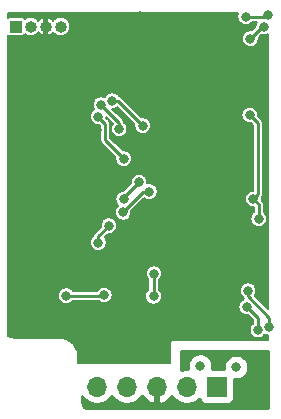
<source format=gbr>
%TF.GenerationSoftware,KiCad,Pcbnew,(5.1.6)-1*%
%TF.CreationDate,2021-06-11T10:25:49-05:00*%
%TF.ProjectId,Sapphire_AnalogMic,53617070-6869-4726-955f-416e616c6f67,rev?*%
%TF.SameCoordinates,Original*%
%TF.FileFunction,Copper,L2,Bot*%
%TF.FilePolarity,Positive*%
%FSLAX46Y46*%
G04 Gerber Fmt 4.6, Leading zero omitted, Abs format (unit mm)*
G04 Created by KiCad (PCBNEW (5.1.6)-1) date 2021-06-11 10:25:49*
%MOMM*%
%LPD*%
G01*
G04 APERTURE LIST*
%TA.AperFunction,ComponentPad*%
%ADD10O,1.000000X1.000000*%
%TD*%
%TA.AperFunction,ComponentPad*%
%ADD11R,1.000000X1.000000*%
%TD*%
%TA.AperFunction,ComponentPad*%
%ADD12O,1.700000X1.700000*%
%TD*%
%TA.AperFunction,ComponentPad*%
%ADD13R,1.700000X1.700000*%
%TD*%
%TA.AperFunction,ViaPad*%
%ADD14C,0.800000*%
%TD*%
%TA.AperFunction,Conductor*%
%ADD15C,0.250000*%
%TD*%
%TA.AperFunction,Conductor*%
%ADD16C,0.254000*%
%TD*%
%TA.AperFunction,Conductor*%
%ADD17C,0.203200*%
%TD*%
G04 APERTURE END LIST*
D10*
%TO.P,J102,4*%
%TO.N,/MIC_OUT*%
X114427000Y-101600000D03*
%TO.P,J102,3*%
%TO.N,GNDA*%
X113157000Y-101600000D03*
%TO.P,J102,2*%
%TO.N,Net-(J102-Pad2)*%
X111887000Y-101600000D03*
D11*
%TO.P,J102,1*%
%TO.N,+3V0*%
X110617000Y-101600000D03*
%TD*%
D12*
%TO.P,J101,5*%
%TO.N,/I2C_SDA*%
X117475000Y-132080000D03*
%TO.P,J101,4*%
%TO.N,/I2C_SCL*%
X120015000Y-132080000D03*
%TO.P,J101,3*%
%TO.N,/PGND*%
X122555000Y-132080000D03*
%TO.P,J101,2*%
%TO.N,/FILTER_CLOCK*%
X125095000Y-132080000D03*
D13*
%TO.P,J101,1*%
%TO.N,/P3V3*%
X127635000Y-132080000D03*
%TD*%
D14*
%TO.N,GNDA*%
X126238000Y-127762000D03*
X127508000Y-107950000D03*
X121158000Y-100711000D03*
X116586000Y-104521000D03*
X113353809Y-112268000D03*
X127693840Y-115120840D03*
X125349000Y-112518350D03*
X126619000Y-123317000D03*
X126619000Y-124841000D03*
X123352128Y-126239116D03*
X121183049Y-124333000D03*
X121156554Y-117729000D03*
X114395159Y-125305738D03*
X130175000Y-113411000D03*
X130175000Y-115062000D03*
X125984000Y-108331000D03*
X125730000Y-104892319D03*
X117474996Y-110363000D03*
X120713974Y-111673682D03*
X116586000Y-112013998D03*
X116205000Y-107569000D03*
X118618000Y-123190000D03*
X117221000Y-121666000D03*
X111379000Y-126746000D03*
X116459000Y-101727000D03*
X126238000Y-130302000D03*
X129286000Y-130429000D03*
X126492000Y-121285000D03*
X121285000Y-102362000D03*
X121031000Y-105537000D03*
X125984000Y-118491000D03*
X129623950Y-103128674D03*
X114390010Y-118745000D03*
X110871000Y-107950000D03*
X111252000Y-103632000D03*
X112903000Y-102997000D03*
%TO.N,+3.3VADC*%
X121060557Y-114762152D03*
X119748256Y-116208425D03*
%TO.N,+1V5*%
X121919996Y-115570000D03*
X122329949Y-122516223D03*
X122284905Y-124445433D03*
X119706566Y-117339040D03*
X121355022Y-109983945D03*
X118774671Y-107878151D03*
%TO.N,/FILTER_CLOCK*%
X130739918Y-116205000D03*
X131189969Y-117891367D03*
X130429000Y-109093000D03*
%TO.N,+3V0*%
X114892715Y-124394867D03*
X118110000Y-124333000D03*
%TO.N,/I2C_SDA*%
X132089990Y-127059156D03*
X130289948Y-123974607D03*
X131946418Y-100584000D03*
X130100256Y-100770045D03*
%TO.N,/I2C_SCL*%
X131121474Y-127308144D03*
X130164306Y-125347625D03*
X131605758Y-101648786D03*
X130493560Y-102634910D03*
%TO.N,/FILTER_IN*%
X118508106Y-118469475D03*
X117602000Y-119888000D03*
%TO.N,/FILTER_OUT*%
X119761000Y-112776000D03*
X117602000Y-109220000D03*
%TO.N,/MIC_OUT*%
X119375024Y-110277900D03*
X117834705Y-108219420D03*
%TD*%
D15*
%TO.N,+3.3VADC*%
X119748256Y-116074453D02*
X119748256Y-116208425D01*
X121060557Y-114762152D02*
X119748256Y-116074453D01*
%TO.N,+1V5*%
X122284905Y-122561267D02*
X122329949Y-122516223D01*
X122284905Y-124445433D02*
X122284905Y-122561267D01*
X119706566Y-117275434D02*
X119706566Y-117339040D01*
X121919996Y-115570000D02*
X121412000Y-115570000D01*
X121412000Y-115570000D02*
X119706566Y-117275434D01*
X119249228Y-107878151D02*
X118774671Y-107878151D01*
X121355022Y-109983945D02*
X119249228Y-107878151D01*
%TO.N,/FILTER_CLOCK*%
X131189969Y-117891367D02*
X131189969Y-116655051D01*
X131189969Y-116655051D02*
X130739918Y-116205000D01*
X131139917Y-109803917D02*
X130429000Y-109093000D01*
X130739918Y-116205000D02*
X131139917Y-115805001D01*
X131139917Y-115805001D02*
X131139917Y-109803917D01*
%TO.N,+3V0*%
X114892715Y-124394867D02*
X118048133Y-124394867D01*
X118048133Y-124394867D02*
X118110000Y-124333000D01*
%TO.N,/I2C_SDA*%
X130289948Y-124447948D02*
X130289948Y-123974607D01*
X132089990Y-127059156D02*
X132089990Y-126247990D01*
X132089990Y-126247990D02*
X130289948Y-124447948D01*
X130100256Y-100770045D02*
X131760373Y-100770045D01*
X131760373Y-100770045D02*
X131946418Y-100584000D01*
%TO.N,/I2C_SCL*%
X131121474Y-127308144D02*
X131121474Y-126304793D01*
X131121474Y-126304793D02*
X130164306Y-125347625D01*
X131479684Y-101648786D02*
X131605758Y-101648786D01*
X130493560Y-102634910D02*
X131479684Y-101648786D01*
%TO.N,/FILTER_IN*%
X117602000Y-119375581D02*
X117602000Y-119888000D01*
X118508106Y-118469475D02*
X117602000Y-119375581D01*
%TO.N,/FILTER_OUT*%
X118200002Y-109818002D02*
X117602000Y-109220000D01*
X119761000Y-112776000D02*
X118200002Y-111215002D01*
X118200002Y-111215002D02*
X118200002Y-109818002D01*
%TO.N,/MIC_OUT*%
X119375024Y-109759739D02*
X117834705Y-108219420D01*
X119375024Y-110277900D02*
X119375024Y-109759739D01*
%TD*%
D16*
%TO.N,/PGND*%
G36*
X131953000Y-133858000D02*
G01*
X116508986Y-133858000D01*
X116504183Y-133855446D01*
X116412405Y-133780594D01*
X116336909Y-133689335D01*
X116280581Y-133585160D01*
X116245560Y-133472024D01*
X116230000Y-133323979D01*
X116230000Y-132889655D01*
X116321525Y-133026632D01*
X116528368Y-133233475D01*
X116771589Y-133395990D01*
X117041842Y-133507932D01*
X117328740Y-133565000D01*
X117621260Y-133565000D01*
X117908158Y-133507932D01*
X118178411Y-133395990D01*
X118421632Y-133233475D01*
X118628475Y-133026632D01*
X118745000Y-132852240D01*
X118861525Y-133026632D01*
X119068368Y-133233475D01*
X119311589Y-133395990D01*
X119581842Y-133507932D01*
X119868740Y-133565000D01*
X120161260Y-133565000D01*
X120448158Y-133507932D01*
X120718411Y-133395990D01*
X120961632Y-133233475D01*
X121168475Y-133026632D01*
X121290195Y-132844466D01*
X121359822Y-132961355D01*
X121554731Y-133177588D01*
X121788080Y-133351641D01*
X122050901Y-133476825D01*
X122198110Y-133521476D01*
X122428000Y-133400155D01*
X122428000Y-132207000D01*
X122408000Y-132207000D01*
X122408000Y-131953000D01*
X122428000Y-131953000D01*
X122428000Y-131933000D01*
X122682000Y-131933000D01*
X122682000Y-131953000D01*
X122702000Y-131953000D01*
X122702000Y-132207000D01*
X122682000Y-132207000D01*
X122682000Y-133400155D01*
X122911890Y-133521476D01*
X123059099Y-133476825D01*
X123321920Y-133351641D01*
X123555269Y-133177588D01*
X123750178Y-132961355D01*
X123819805Y-132844466D01*
X123941525Y-133026632D01*
X124148368Y-133233475D01*
X124391589Y-133395990D01*
X124661842Y-133507932D01*
X124948740Y-133565000D01*
X125241260Y-133565000D01*
X125528158Y-133507932D01*
X125798411Y-133395990D01*
X126041632Y-133233475D01*
X126173487Y-133101620D01*
X126195498Y-133174180D01*
X126254463Y-133284494D01*
X126333815Y-133381185D01*
X126430506Y-133460537D01*
X126540820Y-133519502D01*
X126660518Y-133555812D01*
X126785000Y-133568072D01*
X128485000Y-133568072D01*
X128609482Y-133555812D01*
X128729180Y-133519502D01*
X128839494Y-133460537D01*
X128936185Y-133381185D01*
X129015537Y-133284494D01*
X129074502Y-133174180D01*
X129110812Y-133054482D01*
X129123072Y-132930000D01*
X129123072Y-131451869D01*
X129184061Y-131464000D01*
X129387939Y-131464000D01*
X129587898Y-131424226D01*
X129776256Y-131346205D01*
X129945774Y-131232937D01*
X130089937Y-131088774D01*
X130203205Y-130919256D01*
X130281226Y-130730898D01*
X130321000Y-130530939D01*
X130321000Y-130327061D01*
X130281226Y-130127102D01*
X130203205Y-129938744D01*
X130089937Y-129769226D01*
X129945774Y-129625063D01*
X129776256Y-129511795D01*
X129587898Y-129433774D01*
X129387939Y-129394000D01*
X129184061Y-129394000D01*
X128984102Y-129433774D01*
X128795744Y-129511795D01*
X128626226Y-129625063D01*
X128482063Y-129769226D01*
X128368795Y-129938744D01*
X128290774Y-130127102D01*
X128251000Y-130327061D01*
X128251000Y-130530939D01*
X128263131Y-130591928D01*
X127235607Y-130591928D01*
X127273000Y-130403939D01*
X127273000Y-130200061D01*
X127233226Y-130000102D01*
X127155205Y-129811744D01*
X127041937Y-129642226D01*
X126897774Y-129498063D01*
X126728256Y-129384795D01*
X126539898Y-129306774D01*
X126339939Y-129267000D01*
X126136061Y-129267000D01*
X125936102Y-129306774D01*
X125747744Y-129384795D01*
X125578226Y-129498063D01*
X125434063Y-129642226D01*
X125320795Y-129811744D01*
X125242774Y-130000102D01*
X125203000Y-130200061D01*
X125203000Y-130403939D01*
X125241004Y-130595000D01*
X124948740Y-130595000D01*
X124661842Y-130652068D01*
X124587000Y-130683068D01*
X124587000Y-129032000D01*
X131953000Y-129032000D01*
X131953000Y-133858000D01*
G37*
X131953000Y-133858000D02*
X116508986Y-133858000D01*
X116504183Y-133855446D01*
X116412405Y-133780594D01*
X116336909Y-133689335D01*
X116280581Y-133585160D01*
X116245560Y-133472024D01*
X116230000Y-133323979D01*
X116230000Y-132889655D01*
X116321525Y-133026632D01*
X116528368Y-133233475D01*
X116771589Y-133395990D01*
X117041842Y-133507932D01*
X117328740Y-133565000D01*
X117621260Y-133565000D01*
X117908158Y-133507932D01*
X118178411Y-133395990D01*
X118421632Y-133233475D01*
X118628475Y-133026632D01*
X118745000Y-132852240D01*
X118861525Y-133026632D01*
X119068368Y-133233475D01*
X119311589Y-133395990D01*
X119581842Y-133507932D01*
X119868740Y-133565000D01*
X120161260Y-133565000D01*
X120448158Y-133507932D01*
X120718411Y-133395990D01*
X120961632Y-133233475D01*
X121168475Y-133026632D01*
X121290195Y-132844466D01*
X121359822Y-132961355D01*
X121554731Y-133177588D01*
X121788080Y-133351641D01*
X122050901Y-133476825D01*
X122198110Y-133521476D01*
X122428000Y-133400155D01*
X122428000Y-132207000D01*
X122408000Y-132207000D01*
X122408000Y-131953000D01*
X122428000Y-131953000D01*
X122428000Y-131933000D01*
X122682000Y-131933000D01*
X122682000Y-131953000D01*
X122702000Y-131953000D01*
X122702000Y-132207000D01*
X122682000Y-132207000D01*
X122682000Y-133400155D01*
X122911890Y-133521476D01*
X123059099Y-133476825D01*
X123321920Y-133351641D01*
X123555269Y-133177588D01*
X123750178Y-132961355D01*
X123819805Y-132844466D01*
X123941525Y-133026632D01*
X124148368Y-133233475D01*
X124391589Y-133395990D01*
X124661842Y-133507932D01*
X124948740Y-133565000D01*
X125241260Y-133565000D01*
X125528158Y-133507932D01*
X125798411Y-133395990D01*
X126041632Y-133233475D01*
X126173487Y-133101620D01*
X126195498Y-133174180D01*
X126254463Y-133284494D01*
X126333815Y-133381185D01*
X126430506Y-133460537D01*
X126540820Y-133519502D01*
X126660518Y-133555812D01*
X126785000Y-133568072D01*
X128485000Y-133568072D01*
X128609482Y-133555812D01*
X128729180Y-133519502D01*
X128839494Y-133460537D01*
X128936185Y-133381185D01*
X129015537Y-133284494D01*
X129074502Y-133174180D01*
X129110812Y-133054482D01*
X129123072Y-132930000D01*
X129123072Y-131451869D01*
X129184061Y-131464000D01*
X129387939Y-131464000D01*
X129587898Y-131424226D01*
X129776256Y-131346205D01*
X129945774Y-131232937D01*
X130089937Y-131088774D01*
X130203205Y-130919256D01*
X130281226Y-130730898D01*
X130321000Y-130530939D01*
X130321000Y-130327061D01*
X130281226Y-130127102D01*
X130203205Y-129938744D01*
X130089937Y-129769226D01*
X129945774Y-129625063D01*
X129776256Y-129511795D01*
X129587898Y-129433774D01*
X129387939Y-129394000D01*
X129184061Y-129394000D01*
X128984102Y-129433774D01*
X128795744Y-129511795D01*
X128626226Y-129625063D01*
X128482063Y-129769226D01*
X128368795Y-129938744D01*
X128290774Y-130127102D01*
X128251000Y-130327061D01*
X128251000Y-130530939D01*
X128263131Y-130591928D01*
X127235607Y-130591928D01*
X127273000Y-130403939D01*
X127273000Y-130200061D01*
X127233226Y-130000102D01*
X127155205Y-129811744D01*
X127041937Y-129642226D01*
X126897774Y-129498063D01*
X126728256Y-129384795D01*
X126539898Y-129306774D01*
X126339939Y-129267000D01*
X126136061Y-129267000D01*
X125936102Y-129306774D01*
X125747744Y-129384795D01*
X125578226Y-129498063D01*
X125434063Y-129642226D01*
X125320795Y-129811744D01*
X125242774Y-130000102D01*
X125203000Y-130200061D01*
X125203000Y-130403939D01*
X125241004Y-130595000D01*
X124948740Y-130595000D01*
X124661842Y-130652068D01*
X124587000Y-130683068D01*
X124587000Y-129032000D01*
X131953000Y-129032000D01*
X131953000Y-133858000D01*
D17*
%TO.N,GNDA*%
G36*
X129475671Y-100436197D02*
G01*
X129422541Y-100564462D01*
X129395456Y-100700628D01*
X129395456Y-100839462D01*
X129422541Y-100975628D01*
X129475671Y-101103893D01*
X129552802Y-101219329D01*
X129650972Y-101317499D01*
X129766408Y-101394630D01*
X129894673Y-101447760D01*
X130030839Y-101474845D01*
X130169673Y-101474845D01*
X130305839Y-101447760D01*
X130434104Y-101394630D01*
X130549540Y-101317499D01*
X130647710Y-101219329D01*
X130660729Y-101199845D01*
X131058075Y-101199845D01*
X130981173Y-101314938D01*
X130928043Y-101443203D01*
X130900958Y-101579369D01*
X130900958Y-101619683D01*
X130585960Y-101934682D01*
X130562977Y-101930110D01*
X130424143Y-101930110D01*
X130287977Y-101957195D01*
X130159712Y-102010325D01*
X130044276Y-102087456D01*
X129946106Y-102185626D01*
X129868975Y-102301062D01*
X129815845Y-102429327D01*
X129788760Y-102565493D01*
X129788760Y-102704327D01*
X129815845Y-102840493D01*
X129868975Y-102968758D01*
X129946106Y-103084194D01*
X130044276Y-103182364D01*
X130159712Y-103259495D01*
X130287977Y-103312625D01*
X130424143Y-103339710D01*
X130562977Y-103339710D01*
X130699143Y-103312625D01*
X130827408Y-103259495D01*
X130942844Y-103182364D01*
X131041014Y-103084194D01*
X131118145Y-102968758D01*
X131171275Y-102840493D01*
X131198360Y-102704327D01*
X131198360Y-102565493D01*
X131193788Y-102542510D01*
X131408201Y-102328097D01*
X131536341Y-102353586D01*
X131675175Y-102353586D01*
X131811341Y-102326501D01*
X131939606Y-102273371D01*
X131978400Y-102247450D01*
X131978400Y-125528571D01*
X130851949Y-124402120D01*
X130914533Y-124308455D01*
X130967663Y-124180190D01*
X130994748Y-124044024D01*
X130994748Y-123905190D01*
X130967663Y-123769024D01*
X130914533Y-123640759D01*
X130837402Y-123525323D01*
X130739232Y-123427153D01*
X130623796Y-123350022D01*
X130495531Y-123296892D01*
X130359365Y-123269807D01*
X130220531Y-123269807D01*
X130084365Y-123296892D01*
X129956100Y-123350022D01*
X129840664Y-123427153D01*
X129742494Y-123525323D01*
X129665363Y-123640759D01*
X129612233Y-123769024D01*
X129585148Y-123905190D01*
X129585148Y-124044024D01*
X129612233Y-124180190D01*
X129665363Y-124308455D01*
X129742494Y-124423891D01*
X129840664Y-124522061D01*
X129869043Y-124541023D01*
X129878725Y-124572939D01*
X129890944Y-124613220D01*
X129928039Y-124682620D01*
X129830458Y-124723040D01*
X129715022Y-124800171D01*
X129616852Y-124898341D01*
X129539721Y-125013777D01*
X129486591Y-125142042D01*
X129459506Y-125278208D01*
X129459506Y-125417042D01*
X129486591Y-125553208D01*
X129539721Y-125681473D01*
X129616852Y-125796909D01*
X129715022Y-125895079D01*
X129830458Y-125972210D01*
X129958723Y-126025340D01*
X130094889Y-126052425D01*
X130233723Y-126052425D01*
X130256706Y-126047853D01*
X130691675Y-126482823D01*
X130691675Y-126747671D01*
X130672190Y-126760690D01*
X130574020Y-126858860D01*
X130496889Y-126974296D01*
X130443759Y-127102561D01*
X130416674Y-127238727D01*
X130416674Y-127377561D01*
X130443759Y-127513727D01*
X130496889Y-127641992D01*
X130574020Y-127757428D01*
X130672190Y-127855598D01*
X130787626Y-127932729D01*
X130915891Y-127985859D01*
X131052057Y-128012944D01*
X131190891Y-128012944D01*
X131327057Y-127985859D01*
X131455322Y-127932729D01*
X131570758Y-127855598D01*
X131668928Y-127757428D01*
X131729886Y-127666197D01*
X131756142Y-127683741D01*
X131884407Y-127736871D01*
X131978400Y-127755567D01*
X131978400Y-128168400D01*
X123825000Y-128168400D01*
X123805179Y-128170352D01*
X123786119Y-128176134D01*
X123768554Y-128185523D01*
X123753158Y-128198158D01*
X123740523Y-128213554D01*
X123731134Y-128231119D01*
X123725352Y-128250179D01*
X123723400Y-128270000D01*
X123723400Y-130073400D01*
X115899800Y-130073400D01*
X115899800Y-129523807D01*
X115898357Y-129509154D01*
X115898412Y-129501245D01*
X115897962Y-129496661D01*
X115872054Y-129250158D01*
X115866048Y-129220898D01*
X115860443Y-129191514D01*
X115859112Y-129187106D01*
X115785817Y-128950330D01*
X115774231Y-128922769D01*
X115763036Y-128895060D01*
X115760874Y-128890994D01*
X115642986Y-128672965D01*
X115626260Y-128648167D01*
X115609903Y-128623171D01*
X115606993Y-128619602D01*
X115449000Y-128428622D01*
X115427777Y-128407547D01*
X115406876Y-128386203D01*
X115403328Y-128383268D01*
X115211250Y-128226613D01*
X115186334Y-128210059D01*
X115161689Y-128193184D01*
X115157638Y-128190993D01*
X114938790Y-128074631D01*
X114911195Y-128063257D01*
X114883682Y-128051465D01*
X114879283Y-128050103D01*
X114642001Y-127978463D01*
X114612672Y-127972656D01*
X114583441Y-127966442D01*
X114578863Y-127965961D01*
X114578861Y-127965961D01*
X114332183Y-127941774D01*
X114332173Y-127941774D01*
X114316193Y-127940200D01*
X110506130Y-127940200D01*
X110307690Y-127920743D01*
X110132322Y-127867796D01*
X109970578Y-127781796D01*
X109956600Y-127770396D01*
X109956600Y-124325450D01*
X114187915Y-124325450D01*
X114187915Y-124464284D01*
X114215000Y-124600450D01*
X114268130Y-124728715D01*
X114345261Y-124844151D01*
X114443431Y-124942321D01*
X114558867Y-125019452D01*
X114687132Y-125072582D01*
X114823298Y-125099667D01*
X114962132Y-125099667D01*
X115098298Y-125072582D01*
X115226563Y-125019452D01*
X115341999Y-124942321D01*
X115440169Y-124844151D01*
X115453188Y-124824667D01*
X117604929Y-124824667D01*
X117660716Y-124880454D01*
X117776152Y-124957585D01*
X117904417Y-125010715D01*
X118040583Y-125037800D01*
X118179417Y-125037800D01*
X118315583Y-125010715D01*
X118443848Y-124957585D01*
X118559284Y-124880454D01*
X118657454Y-124782284D01*
X118734585Y-124666848D01*
X118787715Y-124538583D01*
X118814800Y-124402417D01*
X118814800Y-124376016D01*
X121580105Y-124376016D01*
X121580105Y-124514850D01*
X121607190Y-124651016D01*
X121660320Y-124779281D01*
X121737451Y-124894717D01*
X121835621Y-124992887D01*
X121951057Y-125070018D01*
X122079322Y-125123148D01*
X122215488Y-125150233D01*
X122354322Y-125150233D01*
X122490488Y-125123148D01*
X122618753Y-125070018D01*
X122734189Y-124992887D01*
X122832359Y-124894717D01*
X122909490Y-124779281D01*
X122962620Y-124651016D01*
X122989705Y-124514850D01*
X122989705Y-124376016D01*
X122962620Y-124239850D01*
X122909490Y-124111585D01*
X122832359Y-123996149D01*
X122734189Y-123897979D01*
X122714705Y-123884960D01*
X122714705Y-123106793D01*
X122779233Y-123063677D01*
X122877403Y-122965507D01*
X122954534Y-122850071D01*
X123007664Y-122721806D01*
X123034749Y-122585640D01*
X123034749Y-122446806D01*
X123007664Y-122310640D01*
X122954534Y-122182375D01*
X122877403Y-122066939D01*
X122779233Y-121968769D01*
X122663797Y-121891638D01*
X122535532Y-121838508D01*
X122399366Y-121811423D01*
X122260532Y-121811423D01*
X122124366Y-121838508D01*
X121996101Y-121891638D01*
X121880665Y-121968769D01*
X121782495Y-122066939D01*
X121705364Y-122182375D01*
X121652234Y-122310640D01*
X121625149Y-122446806D01*
X121625149Y-122585640D01*
X121652234Y-122721806D01*
X121705364Y-122850071D01*
X121782495Y-122965507D01*
X121855106Y-123038118D01*
X121855105Y-123884960D01*
X121835621Y-123897979D01*
X121737451Y-123996149D01*
X121660320Y-124111585D01*
X121607190Y-124239850D01*
X121580105Y-124376016D01*
X118814800Y-124376016D01*
X118814800Y-124263583D01*
X118787715Y-124127417D01*
X118734585Y-123999152D01*
X118657454Y-123883716D01*
X118559284Y-123785546D01*
X118443848Y-123708415D01*
X118315583Y-123655285D01*
X118179417Y-123628200D01*
X118040583Y-123628200D01*
X117904417Y-123655285D01*
X117776152Y-123708415D01*
X117660716Y-123785546D01*
X117562546Y-123883716D01*
X117508190Y-123965067D01*
X115453188Y-123965067D01*
X115440169Y-123945583D01*
X115341999Y-123847413D01*
X115226563Y-123770282D01*
X115098298Y-123717152D01*
X114962132Y-123690067D01*
X114823298Y-123690067D01*
X114687132Y-123717152D01*
X114558867Y-123770282D01*
X114443431Y-123847413D01*
X114345261Y-123945583D01*
X114268130Y-124061019D01*
X114215000Y-124189284D01*
X114187915Y-124325450D01*
X109956600Y-124325450D01*
X109956600Y-119818583D01*
X116897200Y-119818583D01*
X116897200Y-119957417D01*
X116924285Y-120093583D01*
X116977415Y-120221848D01*
X117054546Y-120337284D01*
X117152716Y-120435454D01*
X117268152Y-120512585D01*
X117396417Y-120565715D01*
X117532583Y-120592800D01*
X117671417Y-120592800D01*
X117807583Y-120565715D01*
X117935848Y-120512585D01*
X118051284Y-120435454D01*
X118149454Y-120337284D01*
X118226585Y-120221848D01*
X118279715Y-120093583D01*
X118306800Y-119957417D01*
X118306800Y-119818583D01*
X118279715Y-119682417D01*
X118226585Y-119554152D01*
X118149454Y-119438716D01*
X118148074Y-119437336D01*
X118415706Y-119169703D01*
X118438689Y-119174275D01*
X118577523Y-119174275D01*
X118713689Y-119147190D01*
X118841954Y-119094060D01*
X118957390Y-119016929D01*
X119055560Y-118918759D01*
X119132691Y-118803323D01*
X119185821Y-118675058D01*
X119212906Y-118538892D01*
X119212906Y-118400058D01*
X119185821Y-118263892D01*
X119132691Y-118135627D01*
X119055560Y-118020191D01*
X118957390Y-117922021D01*
X118841954Y-117844890D01*
X118713689Y-117791760D01*
X118577523Y-117764675D01*
X118438689Y-117764675D01*
X118302523Y-117791760D01*
X118174258Y-117844890D01*
X118058822Y-117922021D01*
X117960652Y-118020191D01*
X117883521Y-118135627D01*
X117830391Y-118263892D01*
X117803306Y-118400058D01*
X117803306Y-118538892D01*
X117807878Y-118561875D01*
X117313020Y-119056733D01*
X117296615Y-119070196D01*
X117259435Y-119115501D01*
X117242906Y-119135642D01*
X117217486Y-119183200D01*
X117202996Y-119210309D01*
X117178419Y-119291327D01*
X117175041Y-119325629D01*
X117152716Y-119340546D01*
X117054546Y-119438716D01*
X116977415Y-119554152D01*
X116924285Y-119682417D01*
X116897200Y-119818583D01*
X109956600Y-119818583D01*
X109956600Y-117269623D01*
X119001766Y-117269623D01*
X119001766Y-117408457D01*
X119028851Y-117544623D01*
X119081981Y-117672888D01*
X119159112Y-117788324D01*
X119257282Y-117886494D01*
X119372718Y-117963625D01*
X119500983Y-118016755D01*
X119637149Y-118043840D01*
X119775983Y-118043840D01*
X119912149Y-118016755D01*
X120040414Y-117963625D01*
X120155850Y-117886494D01*
X120254020Y-117788324D01*
X120331151Y-117672888D01*
X120384281Y-117544623D01*
X120411366Y-117408457D01*
X120411366Y-117269623D01*
X120396242Y-117193587D01*
X121471709Y-116118120D01*
X121586148Y-116194585D01*
X121714413Y-116247715D01*
X121850579Y-116274800D01*
X121989413Y-116274800D01*
X122125579Y-116247715D01*
X122253844Y-116194585D01*
X122369280Y-116117454D01*
X122467450Y-116019284D01*
X122544581Y-115903848D01*
X122597711Y-115775583D01*
X122624796Y-115639417D01*
X122624796Y-115500583D01*
X122597711Y-115364417D01*
X122544581Y-115236152D01*
X122467450Y-115120716D01*
X122369280Y-115022546D01*
X122253844Y-114945415D01*
X122125579Y-114892285D01*
X121989413Y-114865200D01*
X121850579Y-114865200D01*
X121754881Y-114884235D01*
X121765357Y-114831569D01*
X121765357Y-114692735D01*
X121738272Y-114556569D01*
X121685142Y-114428304D01*
X121608011Y-114312868D01*
X121509841Y-114214698D01*
X121394405Y-114137567D01*
X121266140Y-114084437D01*
X121129974Y-114057352D01*
X120991140Y-114057352D01*
X120854974Y-114084437D01*
X120726709Y-114137567D01*
X120611273Y-114214698D01*
X120513103Y-114312868D01*
X120435972Y-114428304D01*
X120382842Y-114556569D01*
X120355757Y-114692735D01*
X120355757Y-114831569D01*
X120360329Y-114854552D01*
X119711256Y-115503625D01*
X119678839Y-115503625D01*
X119542673Y-115530710D01*
X119414408Y-115583840D01*
X119298972Y-115660971D01*
X119200802Y-115759141D01*
X119123671Y-115874577D01*
X119070541Y-116002842D01*
X119043456Y-116139008D01*
X119043456Y-116277842D01*
X119070541Y-116414008D01*
X119123671Y-116542273D01*
X119200802Y-116657709D01*
X119298972Y-116755879D01*
X119304847Y-116759804D01*
X119257282Y-116791586D01*
X119159112Y-116889756D01*
X119081981Y-117005192D01*
X119028851Y-117133457D01*
X119001766Y-117269623D01*
X109956600Y-117269623D01*
X109956600Y-109150583D01*
X116897200Y-109150583D01*
X116897200Y-109289417D01*
X116924285Y-109425583D01*
X116977415Y-109553848D01*
X117054546Y-109669284D01*
X117152716Y-109767454D01*
X117268152Y-109844585D01*
X117396417Y-109897715D01*
X117532583Y-109924800D01*
X117671417Y-109924800D01*
X117694400Y-109920228D01*
X117770203Y-109996032D01*
X117770202Y-111193895D01*
X117768123Y-111215002D01*
X117770202Y-111236109D01*
X117770202Y-111236110D01*
X117776421Y-111299256D01*
X117800998Y-111380274D01*
X117840908Y-111454941D01*
X117857437Y-111475082D01*
X117894617Y-111520387D01*
X117911022Y-111533850D01*
X119060772Y-112683600D01*
X119056200Y-112706583D01*
X119056200Y-112845417D01*
X119083285Y-112981583D01*
X119136415Y-113109848D01*
X119213546Y-113225284D01*
X119311716Y-113323454D01*
X119427152Y-113400585D01*
X119555417Y-113453715D01*
X119691583Y-113480800D01*
X119830417Y-113480800D01*
X119966583Y-113453715D01*
X120094848Y-113400585D01*
X120210284Y-113323454D01*
X120308454Y-113225284D01*
X120385585Y-113109848D01*
X120438715Y-112981583D01*
X120465800Y-112845417D01*
X120465800Y-112706583D01*
X120438715Y-112570417D01*
X120385585Y-112442152D01*
X120308454Y-112326716D01*
X120210284Y-112228546D01*
X120094848Y-112151415D01*
X119966583Y-112098285D01*
X119830417Y-112071200D01*
X119691583Y-112071200D01*
X119668600Y-112075772D01*
X118629802Y-111036974D01*
X118629802Y-109839109D01*
X118631881Y-109818002D01*
X118629802Y-109796893D01*
X118623583Y-109733747D01*
X118599006Y-109652729D01*
X118567864Y-109594466D01*
X118559096Y-109578062D01*
X118529734Y-109542284D01*
X118505387Y-109512617D01*
X118488988Y-109499159D01*
X118302228Y-109312400D01*
X118305153Y-109297697D01*
X118831821Y-109824365D01*
X118827570Y-109828616D01*
X118750439Y-109944052D01*
X118697309Y-110072317D01*
X118670224Y-110208483D01*
X118670224Y-110347317D01*
X118697309Y-110483483D01*
X118750439Y-110611748D01*
X118827570Y-110727184D01*
X118925740Y-110825354D01*
X119041176Y-110902485D01*
X119169441Y-110955615D01*
X119305607Y-110982700D01*
X119444441Y-110982700D01*
X119580607Y-110955615D01*
X119708872Y-110902485D01*
X119824308Y-110825354D01*
X119922478Y-110727184D01*
X119999609Y-110611748D01*
X120052739Y-110483483D01*
X120079824Y-110347317D01*
X120079824Y-110208483D01*
X120052739Y-110072317D01*
X119999609Y-109944052D01*
X119922478Y-109828616D01*
X119824308Y-109730446D01*
X119802589Y-109715934D01*
X119798605Y-109675484D01*
X119774028Y-109594466D01*
X119746136Y-109542284D01*
X119734118Y-109519799D01*
X119710240Y-109490704D01*
X119680409Y-109454354D01*
X119664010Y-109440896D01*
X118806064Y-108582951D01*
X118844088Y-108582951D01*
X118980254Y-108555866D01*
X119108519Y-108502736D01*
X119202913Y-108439664D01*
X120654794Y-109891545D01*
X120650222Y-109914528D01*
X120650222Y-110053362D01*
X120677307Y-110189528D01*
X120730437Y-110317793D01*
X120807568Y-110433229D01*
X120905738Y-110531399D01*
X121021174Y-110608530D01*
X121149439Y-110661660D01*
X121285605Y-110688745D01*
X121424439Y-110688745D01*
X121560605Y-110661660D01*
X121688870Y-110608530D01*
X121804306Y-110531399D01*
X121902476Y-110433229D01*
X121979607Y-110317793D01*
X122032737Y-110189528D01*
X122059822Y-110053362D01*
X122059822Y-109914528D01*
X122032737Y-109778362D01*
X121979607Y-109650097D01*
X121902476Y-109534661D01*
X121804306Y-109436491D01*
X121688870Y-109359360D01*
X121560605Y-109306230D01*
X121424439Y-109279145D01*
X121285605Y-109279145D01*
X121262622Y-109283717D01*
X121002488Y-109023583D01*
X129724200Y-109023583D01*
X129724200Y-109162417D01*
X129751285Y-109298583D01*
X129804415Y-109426848D01*
X129881546Y-109542284D01*
X129979716Y-109640454D01*
X130095152Y-109717585D01*
X130223417Y-109770715D01*
X130359583Y-109797800D01*
X130498417Y-109797800D01*
X130521400Y-109793228D01*
X130710118Y-109981947D01*
X130710117Y-115500200D01*
X130670501Y-115500200D01*
X130534335Y-115527285D01*
X130406070Y-115580415D01*
X130290634Y-115657546D01*
X130192464Y-115755716D01*
X130115333Y-115871152D01*
X130062203Y-115999417D01*
X130035118Y-116135583D01*
X130035118Y-116274417D01*
X130062203Y-116410583D01*
X130115333Y-116538848D01*
X130192464Y-116654284D01*
X130290634Y-116752454D01*
X130406070Y-116829585D01*
X130534335Y-116882715D01*
X130670501Y-116909800D01*
X130760170Y-116909800D01*
X130760169Y-117330894D01*
X130740685Y-117343913D01*
X130642515Y-117442083D01*
X130565384Y-117557519D01*
X130512254Y-117685784D01*
X130485169Y-117821950D01*
X130485169Y-117960784D01*
X130512254Y-118096950D01*
X130565384Y-118225215D01*
X130642515Y-118340651D01*
X130740685Y-118438821D01*
X130856121Y-118515952D01*
X130984386Y-118569082D01*
X131120552Y-118596167D01*
X131259386Y-118596167D01*
X131395552Y-118569082D01*
X131523817Y-118515952D01*
X131639253Y-118438821D01*
X131737423Y-118340651D01*
X131814554Y-118225215D01*
X131867684Y-118096950D01*
X131894769Y-117960784D01*
X131894769Y-117821950D01*
X131867684Y-117685784D01*
X131814554Y-117557519D01*
X131737423Y-117442083D01*
X131639253Y-117343913D01*
X131619769Y-117330894D01*
X131619769Y-116676157D01*
X131621848Y-116655050D01*
X131619241Y-116628580D01*
X131613550Y-116570796D01*
X131588973Y-116489778D01*
X131558917Y-116433547D01*
X131549063Y-116415111D01*
X131515076Y-116373698D01*
X131495354Y-116349666D01*
X131478955Y-116336208D01*
X131440146Y-116297400D01*
X131444718Y-116274417D01*
X131444718Y-116135583D01*
X131440491Y-116114334D01*
X131445302Y-116110386D01*
X131475133Y-116074036D01*
X131499011Y-116044941D01*
X131538921Y-115970274D01*
X131551413Y-115929094D01*
X131563498Y-115889256D01*
X131569717Y-115826110D01*
X131569717Y-115826109D01*
X131571796Y-115805002D01*
X131569717Y-115783895D01*
X131569717Y-109825020D01*
X131571796Y-109803916D01*
X131569279Y-109778362D01*
X131563498Y-109719662D01*
X131538921Y-109638644D01*
X131499011Y-109563978D01*
X131499010Y-109563976D01*
X131470317Y-109529014D01*
X131445302Y-109498532D01*
X131428903Y-109485074D01*
X131129228Y-109185400D01*
X131133800Y-109162417D01*
X131133800Y-109023583D01*
X131106715Y-108887417D01*
X131053585Y-108759152D01*
X130976454Y-108643716D01*
X130878284Y-108545546D01*
X130762848Y-108468415D01*
X130634583Y-108415285D01*
X130498417Y-108388200D01*
X130359583Y-108388200D01*
X130223417Y-108415285D01*
X130095152Y-108468415D01*
X129979716Y-108545546D01*
X129881546Y-108643716D01*
X129804415Y-108759152D01*
X129751285Y-108887417D01*
X129724200Y-109023583D01*
X121002488Y-109023583D01*
X119568076Y-107589171D01*
X119554613Y-107572766D01*
X119489167Y-107519057D01*
X119414501Y-107479147D01*
X119340778Y-107456783D01*
X119322125Y-107428867D01*
X119223955Y-107330697D01*
X119108519Y-107253566D01*
X118980254Y-107200436D01*
X118844088Y-107173351D01*
X118705254Y-107173351D01*
X118569088Y-107200436D01*
X118440823Y-107253566D01*
X118325387Y-107330697D01*
X118227217Y-107428867D01*
X118150086Y-107544303D01*
X118134925Y-107580905D01*
X118040288Y-107541705D01*
X117904122Y-107514620D01*
X117765288Y-107514620D01*
X117629122Y-107541705D01*
X117500857Y-107594835D01*
X117385421Y-107671966D01*
X117287251Y-107770136D01*
X117210120Y-107885572D01*
X117156990Y-108013837D01*
X117129905Y-108150003D01*
X117129905Y-108288837D01*
X117156990Y-108425003D01*
X117210120Y-108553268D01*
X117247501Y-108609213D01*
X117152716Y-108672546D01*
X117054546Y-108770716D01*
X116977415Y-108886152D01*
X116924285Y-109014417D01*
X116897200Y-109150583D01*
X109956600Y-109150583D01*
X109956600Y-102359873D01*
X109999794Y-102382960D01*
X110057249Y-102400389D01*
X110117000Y-102406274D01*
X111117000Y-102406274D01*
X111176751Y-102400389D01*
X111234206Y-102382960D01*
X111287157Y-102354658D01*
X111333568Y-102316568D01*
X111371658Y-102270157D01*
X111390000Y-102235840D01*
X111505784Y-102313204D01*
X111652249Y-102373872D01*
X111807734Y-102404800D01*
X111966266Y-102404800D01*
X112121751Y-102373872D01*
X112268216Y-102313204D01*
X112400030Y-102225129D01*
X112512129Y-102113030D01*
X112525532Y-102092971D01*
X112562830Y-102142846D01*
X112680151Y-102248332D01*
X112815797Y-102328903D01*
X112882856Y-102356669D01*
X113004600Y-102312483D01*
X113004600Y-101752400D01*
X112984600Y-101752400D01*
X112984600Y-101447600D01*
X113004600Y-101447600D01*
X113004600Y-100887517D01*
X113309400Y-100887517D01*
X113309400Y-101447600D01*
X113329400Y-101447600D01*
X113329400Y-101752400D01*
X113309400Y-101752400D01*
X113309400Y-102312483D01*
X113431144Y-102356669D01*
X113498203Y-102328903D01*
X113633849Y-102248332D01*
X113751170Y-102142846D01*
X113788468Y-102092971D01*
X113801871Y-102113030D01*
X113913970Y-102225129D01*
X114045784Y-102313204D01*
X114192249Y-102373872D01*
X114347734Y-102404800D01*
X114506266Y-102404800D01*
X114661751Y-102373872D01*
X114808216Y-102313204D01*
X114940030Y-102225129D01*
X115052129Y-102113030D01*
X115140204Y-101981216D01*
X115200872Y-101834751D01*
X115231800Y-101679266D01*
X115231800Y-101520734D01*
X115200872Y-101365249D01*
X115140204Y-101218784D01*
X115052129Y-101086970D01*
X114940030Y-100974871D01*
X114808216Y-100886796D01*
X114661751Y-100826128D01*
X114506266Y-100795200D01*
X114347734Y-100795200D01*
X114192249Y-100826128D01*
X114045784Y-100886796D01*
X113913970Y-100974871D01*
X113801871Y-101086970D01*
X113788468Y-101107029D01*
X113751170Y-101057154D01*
X113633849Y-100951668D01*
X113498203Y-100871097D01*
X113431144Y-100843331D01*
X113309400Y-100887517D01*
X113004600Y-100887517D01*
X112882856Y-100843331D01*
X112815797Y-100871097D01*
X112680151Y-100951668D01*
X112562830Y-101057154D01*
X112525532Y-101107029D01*
X112512129Y-101086970D01*
X112400030Y-100974871D01*
X112268216Y-100886796D01*
X112121751Y-100826128D01*
X111966266Y-100795200D01*
X111807734Y-100795200D01*
X111652249Y-100826128D01*
X111505784Y-100886796D01*
X111390000Y-100964160D01*
X111371658Y-100929843D01*
X111333568Y-100883432D01*
X111287157Y-100845342D01*
X111234206Y-100817040D01*
X111176751Y-100799611D01*
X111117000Y-100793726D01*
X110117000Y-100793726D01*
X110057249Y-100799611D01*
X109999794Y-100817040D01*
X109956600Y-100840127D01*
X109956600Y-100431600D01*
X129478743Y-100431600D01*
X129475671Y-100436197D01*
G37*
X129475671Y-100436197D02*
X129422541Y-100564462D01*
X129395456Y-100700628D01*
X129395456Y-100839462D01*
X129422541Y-100975628D01*
X129475671Y-101103893D01*
X129552802Y-101219329D01*
X129650972Y-101317499D01*
X129766408Y-101394630D01*
X129894673Y-101447760D01*
X130030839Y-101474845D01*
X130169673Y-101474845D01*
X130305839Y-101447760D01*
X130434104Y-101394630D01*
X130549540Y-101317499D01*
X130647710Y-101219329D01*
X130660729Y-101199845D01*
X131058075Y-101199845D01*
X130981173Y-101314938D01*
X130928043Y-101443203D01*
X130900958Y-101579369D01*
X130900958Y-101619683D01*
X130585960Y-101934682D01*
X130562977Y-101930110D01*
X130424143Y-101930110D01*
X130287977Y-101957195D01*
X130159712Y-102010325D01*
X130044276Y-102087456D01*
X129946106Y-102185626D01*
X129868975Y-102301062D01*
X129815845Y-102429327D01*
X129788760Y-102565493D01*
X129788760Y-102704327D01*
X129815845Y-102840493D01*
X129868975Y-102968758D01*
X129946106Y-103084194D01*
X130044276Y-103182364D01*
X130159712Y-103259495D01*
X130287977Y-103312625D01*
X130424143Y-103339710D01*
X130562977Y-103339710D01*
X130699143Y-103312625D01*
X130827408Y-103259495D01*
X130942844Y-103182364D01*
X131041014Y-103084194D01*
X131118145Y-102968758D01*
X131171275Y-102840493D01*
X131198360Y-102704327D01*
X131198360Y-102565493D01*
X131193788Y-102542510D01*
X131408201Y-102328097D01*
X131536341Y-102353586D01*
X131675175Y-102353586D01*
X131811341Y-102326501D01*
X131939606Y-102273371D01*
X131978400Y-102247450D01*
X131978400Y-125528571D01*
X130851949Y-124402120D01*
X130914533Y-124308455D01*
X130967663Y-124180190D01*
X130994748Y-124044024D01*
X130994748Y-123905190D01*
X130967663Y-123769024D01*
X130914533Y-123640759D01*
X130837402Y-123525323D01*
X130739232Y-123427153D01*
X130623796Y-123350022D01*
X130495531Y-123296892D01*
X130359365Y-123269807D01*
X130220531Y-123269807D01*
X130084365Y-123296892D01*
X129956100Y-123350022D01*
X129840664Y-123427153D01*
X129742494Y-123525323D01*
X129665363Y-123640759D01*
X129612233Y-123769024D01*
X129585148Y-123905190D01*
X129585148Y-124044024D01*
X129612233Y-124180190D01*
X129665363Y-124308455D01*
X129742494Y-124423891D01*
X129840664Y-124522061D01*
X129869043Y-124541023D01*
X129878725Y-124572939D01*
X129890944Y-124613220D01*
X129928039Y-124682620D01*
X129830458Y-124723040D01*
X129715022Y-124800171D01*
X129616852Y-124898341D01*
X129539721Y-125013777D01*
X129486591Y-125142042D01*
X129459506Y-125278208D01*
X129459506Y-125417042D01*
X129486591Y-125553208D01*
X129539721Y-125681473D01*
X129616852Y-125796909D01*
X129715022Y-125895079D01*
X129830458Y-125972210D01*
X129958723Y-126025340D01*
X130094889Y-126052425D01*
X130233723Y-126052425D01*
X130256706Y-126047853D01*
X130691675Y-126482823D01*
X130691675Y-126747671D01*
X130672190Y-126760690D01*
X130574020Y-126858860D01*
X130496889Y-126974296D01*
X130443759Y-127102561D01*
X130416674Y-127238727D01*
X130416674Y-127377561D01*
X130443759Y-127513727D01*
X130496889Y-127641992D01*
X130574020Y-127757428D01*
X130672190Y-127855598D01*
X130787626Y-127932729D01*
X130915891Y-127985859D01*
X131052057Y-128012944D01*
X131190891Y-128012944D01*
X131327057Y-127985859D01*
X131455322Y-127932729D01*
X131570758Y-127855598D01*
X131668928Y-127757428D01*
X131729886Y-127666197D01*
X131756142Y-127683741D01*
X131884407Y-127736871D01*
X131978400Y-127755567D01*
X131978400Y-128168400D01*
X123825000Y-128168400D01*
X123805179Y-128170352D01*
X123786119Y-128176134D01*
X123768554Y-128185523D01*
X123753158Y-128198158D01*
X123740523Y-128213554D01*
X123731134Y-128231119D01*
X123725352Y-128250179D01*
X123723400Y-128270000D01*
X123723400Y-130073400D01*
X115899800Y-130073400D01*
X115899800Y-129523807D01*
X115898357Y-129509154D01*
X115898412Y-129501245D01*
X115897962Y-129496661D01*
X115872054Y-129250158D01*
X115866048Y-129220898D01*
X115860443Y-129191514D01*
X115859112Y-129187106D01*
X115785817Y-128950330D01*
X115774231Y-128922769D01*
X115763036Y-128895060D01*
X115760874Y-128890994D01*
X115642986Y-128672965D01*
X115626260Y-128648167D01*
X115609903Y-128623171D01*
X115606993Y-128619602D01*
X115449000Y-128428622D01*
X115427777Y-128407547D01*
X115406876Y-128386203D01*
X115403328Y-128383268D01*
X115211250Y-128226613D01*
X115186334Y-128210059D01*
X115161689Y-128193184D01*
X115157638Y-128190993D01*
X114938790Y-128074631D01*
X114911195Y-128063257D01*
X114883682Y-128051465D01*
X114879283Y-128050103D01*
X114642001Y-127978463D01*
X114612672Y-127972656D01*
X114583441Y-127966442D01*
X114578863Y-127965961D01*
X114578861Y-127965961D01*
X114332183Y-127941774D01*
X114332173Y-127941774D01*
X114316193Y-127940200D01*
X110506130Y-127940200D01*
X110307690Y-127920743D01*
X110132322Y-127867796D01*
X109970578Y-127781796D01*
X109956600Y-127770396D01*
X109956600Y-124325450D01*
X114187915Y-124325450D01*
X114187915Y-124464284D01*
X114215000Y-124600450D01*
X114268130Y-124728715D01*
X114345261Y-124844151D01*
X114443431Y-124942321D01*
X114558867Y-125019452D01*
X114687132Y-125072582D01*
X114823298Y-125099667D01*
X114962132Y-125099667D01*
X115098298Y-125072582D01*
X115226563Y-125019452D01*
X115341999Y-124942321D01*
X115440169Y-124844151D01*
X115453188Y-124824667D01*
X117604929Y-124824667D01*
X117660716Y-124880454D01*
X117776152Y-124957585D01*
X117904417Y-125010715D01*
X118040583Y-125037800D01*
X118179417Y-125037800D01*
X118315583Y-125010715D01*
X118443848Y-124957585D01*
X118559284Y-124880454D01*
X118657454Y-124782284D01*
X118734585Y-124666848D01*
X118787715Y-124538583D01*
X118814800Y-124402417D01*
X118814800Y-124376016D01*
X121580105Y-124376016D01*
X121580105Y-124514850D01*
X121607190Y-124651016D01*
X121660320Y-124779281D01*
X121737451Y-124894717D01*
X121835621Y-124992887D01*
X121951057Y-125070018D01*
X122079322Y-125123148D01*
X122215488Y-125150233D01*
X122354322Y-125150233D01*
X122490488Y-125123148D01*
X122618753Y-125070018D01*
X122734189Y-124992887D01*
X122832359Y-124894717D01*
X122909490Y-124779281D01*
X122962620Y-124651016D01*
X122989705Y-124514850D01*
X122989705Y-124376016D01*
X122962620Y-124239850D01*
X122909490Y-124111585D01*
X122832359Y-123996149D01*
X122734189Y-123897979D01*
X122714705Y-123884960D01*
X122714705Y-123106793D01*
X122779233Y-123063677D01*
X122877403Y-122965507D01*
X122954534Y-122850071D01*
X123007664Y-122721806D01*
X123034749Y-122585640D01*
X123034749Y-122446806D01*
X123007664Y-122310640D01*
X122954534Y-122182375D01*
X122877403Y-122066939D01*
X122779233Y-121968769D01*
X122663797Y-121891638D01*
X122535532Y-121838508D01*
X122399366Y-121811423D01*
X122260532Y-121811423D01*
X122124366Y-121838508D01*
X121996101Y-121891638D01*
X121880665Y-121968769D01*
X121782495Y-122066939D01*
X121705364Y-122182375D01*
X121652234Y-122310640D01*
X121625149Y-122446806D01*
X121625149Y-122585640D01*
X121652234Y-122721806D01*
X121705364Y-122850071D01*
X121782495Y-122965507D01*
X121855106Y-123038118D01*
X121855105Y-123884960D01*
X121835621Y-123897979D01*
X121737451Y-123996149D01*
X121660320Y-124111585D01*
X121607190Y-124239850D01*
X121580105Y-124376016D01*
X118814800Y-124376016D01*
X118814800Y-124263583D01*
X118787715Y-124127417D01*
X118734585Y-123999152D01*
X118657454Y-123883716D01*
X118559284Y-123785546D01*
X118443848Y-123708415D01*
X118315583Y-123655285D01*
X118179417Y-123628200D01*
X118040583Y-123628200D01*
X117904417Y-123655285D01*
X117776152Y-123708415D01*
X117660716Y-123785546D01*
X117562546Y-123883716D01*
X117508190Y-123965067D01*
X115453188Y-123965067D01*
X115440169Y-123945583D01*
X115341999Y-123847413D01*
X115226563Y-123770282D01*
X115098298Y-123717152D01*
X114962132Y-123690067D01*
X114823298Y-123690067D01*
X114687132Y-123717152D01*
X114558867Y-123770282D01*
X114443431Y-123847413D01*
X114345261Y-123945583D01*
X114268130Y-124061019D01*
X114215000Y-124189284D01*
X114187915Y-124325450D01*
X109956600Y-124325450D01*
X109956600Y-119818583D01*
X116897200Y-119818583D01*
X116897200Y-119957417D01*
X116924285Y-120093583D01*
X116977415Y-120221848D01*
X117054546Y-120337284D01*
X117152716Y-120435454D01*
X117268152Y-120512585D01*
X117396417Y-120565715D01*
X117532583Y-120592800D01*
X117671417Y-120592800D01*
X117807583Y-120565715D01*
X117935848Y-120512585D01*
X118051284Y-120435454D01*
X118149454Y-120337284D01*
X118226585Y-120221848D01*
X118279715Y-120093583D01*
X118306800Y-119957417D01*
X118306800Y-119818583D01*
X118279715Y-119682417D01*
X118226585Y-119554152D01*
X118149454Y-119438716D01*
X118148074Y-119437336D01*
X118415706Y-119169703D01*
X118438689Y-119174275D01*
X118577523Y-119174275D01*
X118713689Y-119147190D01*
X118841954Y-119094060D01*
X118957390Y-119016929D01*
X119055560Y-118918759D01*
X119132691Y-118803323D01*
X119185821Y-118675058D01*
X119212906Y-118538892D01*
X119212906Y-118400058D01*
X119185821Y-118263892D01*
X119132691Y-118135627D01*
X119055560Y-118020191D01*
X118957390Y-117922021D01*
X118841954Y-117844890D01*
X118713689Y-117791760D01*
X118577523Y-117764675D01*
X118438689Y-117764675D01*
X118302523Y-117791760D01*
X118174258Y-117844890D01*
X118058822Y-117922021D01*
X117960652Y-118020191D01*
X117883521Y-118135627D01*
X117830391Y-118263892D01*
X117803306Y-118400058D01*
X117803306Y-118538892D01*
X117807878Y-118561875D01*
X117313020Y-119056733D01*
X117296615Y-119070196D01*
X117259435Y-119115501D01*
X117242906Y-119135642D01*
X117217486Y-119183200D01*
X117202996Y-119210309D01*
X117178419Y-119291327D01*
X117175041Y-119325629D01*
X117152716Y-119340546D01*
X117054546Y-119438716D01*
X116977415Y-119554152D01*
X116924285Y-119682417D01*
X116897200Y-119818583D01*
X109956600Y-119818583D01*
X109956600Y-117269623D01*
X119001766Y-117269623D01*
X119001766Y-117408457D01*
X119028851Y-117544623D01*
X119081981Y-117672888D01*
X119159112Y-117788324D01*
X119257282Y-117886494D01*
X119372718Y-117963625D01*
X119500983Y-118016755D01*
X119637149Y-118043840D01*
X119775983Y-118043840D01*
X119912149Y-118016755D01*
X120040414Y-117963625D01*
X120155850Y-117886494D01*
X120254020Y-117788324D01*
X120331151Y-117672888D01*
X120384281Y-117544623D01*
X120411366Y-117408457D01*
X120411366Y-117269623D01*
X120396242Y-117193587D01*
X121471709Y-116118120D01*
X121586148Y-116194585D01*
X121714413Y-116247715D01*
X121850579Y-116274800D01*
X121989413Y-116274800D01*
X122125579Y-116247715D01*
X122253844Y-116194585D01*
X122369280Y-116117454D01*
X122467450Y-116019284D01*
X122544581Y-115903848D01*
X122597711Y-115775583D01*
X122624796Y-115639417D01*
X122624796Y-115500583D01*
X122597711Y-115364417D01*
X122544581Y-115236152D01*
X122467450Y-115120716D01*
X122369280Y-115022546D01*
X122253844Y-114945415D01*
X122125579Y-114892285D01*
X121989413Y-114865200D01*
X121850579Y-114865200D01*
X121754881Y-114884235D01*
X121765357Y-114831569D01*
X121765357Y-114692735D01*
X121738272Y-114556569D01*
X121685142Y-114428304D01*
X121608011Y-114312868D01*
X121509841Y-114214698D01*
X121394405Y-114137567D01*
X121266140Y-114084437D01*
X121129974Y-114057352D01*
X120991140Y-114057352D01*
X120854974Y-114084437D01*
X120726709Y-114137567D01*
X120611273Y-114214698D01*
X120513103Y-114312868D01*
X120435972Y-114428304D01*
X120382842Y-114556569D01*
X120355757Y-114692735D01*
X120355757Y-114831569D01*
X120360329Y-114854552D01*
X119711256Y-115503625D01*
X119678839Y-115503625D01*
X119542673Y-115530710D01*
X119414408Y-115583840D01*
X119298972Y-115660971D01*
X119200802Y-115759141D01*
X119123671Y-115874577D01*
X119070541Y-116002842D01*
X119043456Y-116139008D01*
X119043456Y-116277842D01*
X119070541Y-116414008D01*
X119123671Y-116542273D01*
X119200802Y-116657709D01*
X119298972Y-116755879D01*
X119304847Y-116759804D01*
X119257282Y-116791586D01*
X119159112Y-116889756D01*
X119081981Y-117005192D01*
X119028851Y-117133457D01*
X119001766Y-117269623D01*
X109956600Y-117269623D01*
X109956600Y-109150583D01*
X116897200Y-109150583D01*
X116897200Y-109289417D01*
X116924285Y-109425583D01*
X116977415Y-109553848D01*
X117054546Y-109669284D01*
X117152716Y-109767454D01*
X117268152Y-109844585D01*
X117396417Y-109897715D01*
X117532583Y-109924800D01*
X117671417Y-109924800D01*
X117694400Y-109920228D01*
X117770203Y-109996032D01*
X117770202Y-111193895D01*
X117768123Y-111215002D01*
X117770202Y-111236109D01*
X117770202Y-111236110D01*
X117776421Y-111299256D01*
X117800998Y-111380274D01*
X117840908Y-111454941D01*
X117857437Y-111475082D01*
X117894617Y-111520387D01*
X117911022Y-111533850D01*
X119060772Y-112683600D01*
X119056200Y-112706583D01*
X119056200Y-112845417D01*
X119083285Y-112981583D01*
X119136415Y-113109848D01*
X119213546Y-113225284D01*
X119311716Y-113323454D01*
X119427152Y-113400585D01*
X119555417Y-113453715D01*
X119691583Y-113480800D01*
X119830417Y-113480800D01*
X119966583Y-113453715D01*
X120094848Y-113400585D01*
X120210284Y-113323454D01*
X120308454Y-113225284D01*
X120385585Y-113109848D01*
X120438715Y-112981583D01*
X120465800Y-112845417D01*
X120465800Y-112706583D01*
X120438715Y-112570417D01*
X120385585Y-112442152D01*
X120308454Y-112326716D01*
X120210284Y-112228546D01*
X120094848Y-112151415D01*
X119966583Y-112098285D01*
X119830417Y-112071200D01*
X119691583Y-112071200D01*
X119668600Y-112075772D01*
X118629802Y-111036974D01*
X118629802Y-109839109D01*
X118631881Y-109818002D01*
X118629802Y-109796893D01*
X118623583Y-109733747D01*
X118599006Y-109652729D01*
X118567864Y-109594466D01*
X118559096Y-109578062D01*
X118529734Y-109542284D01*
X118505387Y-109512617D01*
X118488988Y-109499159D01*
X118302228Y-109312400D01*
X118305153Y-109297697D01*
X118831821Y-109824365D01*
X118827570Y-109828616D01*
X118750439Y-109944052D01*
X118697309Y-110072317D01*
X118670224Y-110208483D01*
X118670224Y-110347317D01*
X118697309Y-110483483D01*
X118750439Y-110611748D01*
X118827570Y-110727184D01*
X118925740Y-110825354D01*
X119041176Y-110902485D01*
X119169441Y-110955615D01*
X119305607Y-110982700D01*
X119444441Y-110982700D01*
X119580607Y-110955615D01*
X119708872Y-110902485D01*
X119824308Y-110825354D01*
X119922478Y-110727184D01*
X119999609Y-110611748D01*
X120052739Y-110483483D01*
X120079824Y-110347317D01*
X120079824Y-110208483D01*
X120052739Y-110072317D01*
X119999609Y-109944052D01*
X119922478Y-109828616D01*
X119824308Y-109730446D01*
X119802589Y-109715934D01*
X119798605Y-109675484D01*
X119774028Y-109594466D01*
X119746136Y-109542284D01*
X119734118Y-109519799D01*
X119710240Y-109490704D01*
X119680409Y-109454354D01*
X119664010Y-109440896D01*
X118806064Y-108582951D01*
X118844088Y-108582951D01*
X118980254Y-108555866D01*
X119108519Y-108502736D01*
X119202913Y-108439664D01*
X120654794Y-109891545D01*
X120650222Y-109914528D01*
X120650222Y-110053362D01*
X120677307Y-110189528D01*
X120730437Y-110317793D01*
X120807568Y-110433229D01*
X120905738Y-110531399D01*
X121021174Y-110608530D01*
X121149439Y-110661660D01*
X121285605Y-110688745D01*
X121424439Y-110688745D01*
X121560605Y-110661660D01*
X121688870Y-110608530D01*
X121804306Y-110531399D01*
X121902476Y-110433229D01*
X121979607Y-110317793D01*
X122032737Y-110189528D01*
X122059822Y-110053362D01*
X122059822Y-109914528D01*
X122032737Y-109778362D01*
X121979607Y-109650097D01*
X121902476Y-109534661D01*
X121804306Y-109436491D01*
X121688870Y-109359360D01*
X121560605Y-109306230D01*
X121424439Y-109279145D01*
X121285605Y-109279145D01*
X121262622Y-109283717D01*
X121002488Y-109023583D01*
X129724200Y-109023583D01*
X129724200Y-109162417D01*
X129751285Y-109298583D01*
X129804415Y-109426848D01*
X129881546Y-109542284D01*
X129979716Y-109640454D01*
X130095152Y-109717585D01*
X130223417Y-109770715D01*
X130359583Y-109797800D01*
X130498417Y-109797800D01*
X130521400Y-109793228D01*
X130710118Y-109981947D01*
X130710117Y-115500200D01*
X130670501Y-115500200D01*
X130534335Y-115527285D01*
X130406070Y-115580415D01*
X130290634Y-115657546D01*
X130192464Y-115755716D01*
X130115333Y-115871152D01*
X130062203Y-115999417D01*
X130035118Y-116135583D01*
X130035118Y-116274417D01*
X130062203Y-116410583D01*
X130115333Y-116538848D01*
X130192464Y-116654284D01*
X130290634Y-116752454D01*
X130406070Y-116829585D01*
X130534335Y-116882715D01*
X130670501Y-116909800D01*
X130760170Y-116909800D01*
X130760169Y-117330894D01*
X130740685Y-117343913D01*
X130642515Y-117442083D01*
X130565384Y-117557519D01*
X130512254Y-117685784D01*
X130485169Y-117821950D01*
X130485169Y-117960784D01*
X130512254Y-118096950D01*
X130565384Y-118225215D01*
X130642515Y-118340651D01*
X130740685Y-118438821D01*
X130856121Y-118515952D01*
X130984386Y-118569082D01*
X131120552Y-118596167D01*
X131259386Y-118596167D01*
X131395552Y-118569082D01*
X131523817Y-118515952D01*
X131639253Y-118438821D01*
X131737423Y-118340651D01*
X131814554Y-118225215D01*
X131867684Y-118096950D01*
X131894769Y-117960784D01*
X131894769Y-117821950D01*
X131867684Y-117685784D01*
X131814554Y-117557519D01*
X131737423Y-117442083D01*
X131639253Y-117343913D01*
X131619769Y-117330894D01*
X131619769Y-116676157D01*
X131621848Y-116655050D01*
X131619241Y-116628580D01*
X131613550Y-116570796D01*
X131588973Y-116489778D01*
X131558917Y-116433547D01*
X131549063Y-116415111D01*
X131515076Y-116373698D01*
X131495354Y-116349666D01*
X131478955Y-116336208D01*
X131440146Y-116297400D01*
X131444718Y-116274417D01*
X131444718Y-116135583D01*
X131440491Y-116114334D01*
X131445302Y-116110386D01*
X131475133Y-116074036D01*
X131499011Y-116044941D01*
X131538921Y-115970274D01*
X131551413Y-115929094D01*
X131563498Y-115889256D01*
X131569717Y-115826110D01*
X131569717Y-115826109D01*
X131571796Y-115805002D01*
X131569717Y-115783895D01*
X131569717Y-109825020D01*
X131571796Y-109803916D01*
X131569279Y-109778362D01*
X131563498Y-109719662D01*
X131538921Y-109638644D01*
X131499011Y-109563978D01*
X131499010Y-109563976D01*
X131470317Y-109529014D01*
X131445302Y-109498532D01*
X131428903Y-109485074D01*
X131129228Y-109185400D01*
X131133800Y-109162417D01*
X131133800Y-109023583D01*
X131106715Y-108887417D01*
X131053585Y-108759152D01*
X130976454Y-108643716D01*
X130878284Y-108545546D01*
X130762848Y-108468415D01*
X130634583Y-108415285D01*
X130498417Y-108388200D01*
X130359583Y-108388200D01*
X130223417Y-108415285D01*
X130095152Y-108468415D01*
X129979716Y-108545546D01*
X129881546Y-108643716D01*
X129804415Y-108759152D01*
X129751285Y-108887417D01*
X129724200Y-109023583D01*
X121002488Y-109023583D01*
X119568076Y-107589171D01*
X119554613Y-107572766D01*
X119489167Y-107519057D01*
X119414501Y-107479147D01*
X119340778Y-107456783D01*
X119322125Y-107428867D01*
X119223955Y-107330697D01*
X119108519Y-107253566D01*
X118980254Y-107200436D01*
X118844088Y-107173351D01*
X118705254Y-107173351D01*
X118569088Y-107200436D01*
X118440823Y-107253566D01*
X118325387Y-107330697D01*
X118227217Y-107428867D01*
X118150086Y-107544303D01*
X118134925Y-107580905D01*
X118040288Y-107541705D01*
X117904122Y-107514620D01*
X117765288Y-107514620D01*
X117629122Y-107541705D01*
X117500857Y-107594835D01*
X117385421Y-107671966D01*
X117287251Y-107770136D01*
X117210120Y-107885572D01*
X117156990Y-108013837D01*
X117129905Y-108150003D01*
X117129905Y-108288837D01*
X117156990Y-108425003D01*
X117210120Y-108553268D01*
X117247501Y-108609213D01*
X117152716Y-108672546D01*
X117054546Y-108770716D01*
X116977415Y-108886152D01*
X116924285Y-109014417D01*
X116897200Y-109150583D01*
X109956600Y-109150583D01*
X109956600Y-102359873D01*
X109999794Y-102382960D01*
X110057249Y-102400389D01*
X110117000Y-102406274D01*
X111117000Y-102406274D01*
X111176751Y-102400389D01*
X111234206Y-102382960D01*
X111287157Y-102354658D01*
X111333568Y-102316568D01*
X111371658Y-102270157D01*
X111390000Y-102235840D01*
X111505784Y-102313204D01*
X111652249Y-102373872D01*
X111807734Y-102404800D01*
X111966266Y-102404800D01*
X112121751Y-102373872D01*
X112268216Y-102313204D01*
X112400030Y-102225129D01*
X112512129Y-102113030D01*
X112525532Y-102092971D01*
X112562830Y-102142846D01*
X112680151Y-102248332D01*
X112815797Y-102328903D01*
X112882856Y-102356669D01*
X113004600Y-102312483D01*
X113004600Y-101752400D01*
X112984600Y-101752400D01*
X112984600Y-101447600D01*
X113004600Y-101447600D01*
X113004600Y-100887517D01*
X113309400Y-100887517D01*
X113309400Y-101447600D01*
X113329400Y-101447600D01*
X113329400Y-101752400D01*
X113309400Y-101752400D01*
X113309400Y-102312483D01*
X113431144Y-102356669D01*
X113498203Y-102328903D01*
X113633849Y-102248332D01*
X113751170Y-102142846D01*
X113788468Y-102092971D01*
X113801871Y-102113030D01*
X113913970Y-102225129D01*
X114045784Y-102313204D01*
X114192249Y-102373872D01*
X114347734Y-102404800D01*
X114506266Y-102404800D01*
X114661751Y-102373872D01*
X114808216Y-102313204D01*
X114940030Y-102225129D01*
X115052129Y-102113030D01*
X115140204Y-101981216D01*
X115200872Y-101834751D01*
X115231800Y-101679266D01*
X115231800Y-101520734D01*
X115200872Y-101365249D01*
X115140204Y-101218784D01*
X115052129Y-101086970D01*
X114940030Y-100974871D01*
X114808216Y-100886796D01*
X114661751Y-100826128D01*
X114506266Y-100795200D01*
X114347734Y-100795200D01*
X114192249Y-100826128D01*
X114045784Y-100886796D01*
X113913970Y-100974871D01*
X113801871Y-101086970D01*
X113788468Y-101107029D01*
X113751170Y-101057154D01*
X113633849Y-100951668D01*
X113498203Y-100871097D01*
X113431144Y-100843331D01*
X113309400Y-100887517D01*
X113004600Y-100887517D01*
X112882856Y-100843331D01*
X112815797Y-100871097D01*
X112680151Y-100951668D01*
X112562830Y-101057154D01*
X112525532Y-101107029D01*
X112512129Y-101086970D01*
X112400030Y-100974871D01*
X112268216Y-100886796D01*
X112121751Y-100826128D01*
X111966266Y-100795200D01*
X111807734Y-100795200D01*
X111652249Y-100826128D01*
X111505784Y-100886796D01*
X111390000Y-100964160D01*
X111371658Y-100929843D01*
X111333568Y-100883432D01*
X111287157Y-100845342D01*
X111234206Y-100817040D01*
X111176751Y-100799611D01*
X111117000Y-100793726D01*
X110117000Y-100793726D01*
X110057249Y-100799611D01*
X109999794Y-100817040D01*
X109956600Y-100840127D01*
X109956600Y-100431600D01*
X129478743Y-100431600D01*
X129475671Y-100436197D01*
%TD*%
M02*

</source>
